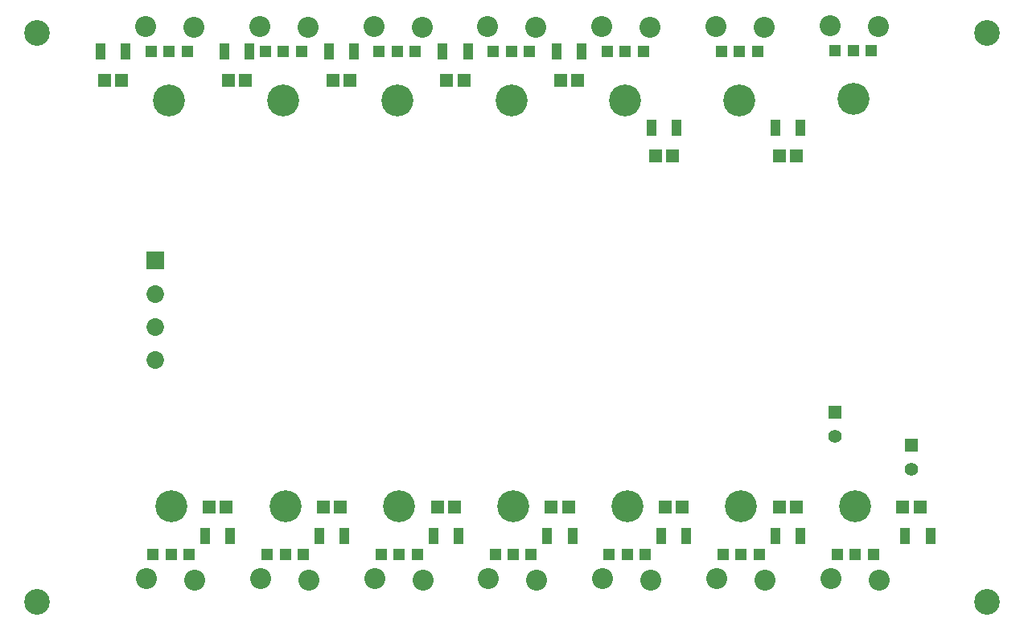
<source format=gbs>
G04*
G04 #@! TF.GenerationSoftware,Altium Limited,Altium Designer,20.2.6 (244)*
G04*
G04 Layer_Color=16711935*
%FSLAX25Y25*%
%MOIN*%
G70*
G04*
G04 #@! TF.SameCoordinates,11A24C68-64DB-4881-A1EB-24DF76E2ADE5*
G04*
G04*
G04 #@! TF.FilePolarity,Negative*
G04*
G01*
G75*
%ADD17R,0.07296X0.07296*%
%ADD18C,0.07296*%
%ADD19R,0.05524X0.05524*%
%ADD20C,0.05524*%
%ADD21C,0.08674*%
%ADD22R,0.04737X0.04737*%
%ADD23C,0.13202*%
%ADD24C,0.10642*%
%ADD36R,0.05500X0.05800*%
%ADD37R,0.04343X0.06902*%
D17*
X186542Y279528D02*
D03*
D18*
Y265748D02*
D03*
Y251969D02*
D03*
Y238189D02*
D03*
D19*
X500000Y202913D02*
D03*
X468504Y216535D02*
D03*
D20*
X500000Y192913D02*
D03*
X468504Y206535D02*
D03*
D21*
X438976Y376142D02*
D03*
X418976Y376673D02*
D03*
X230000D02*
D03*
X250000Y376142D02*
D03*
X486535Y146949D02*
D03*
X466535Y147480D02*
D03*
X182756Y376673D02*
D03*
X202756Y376142D02*
D03*
X183071Y147480D02*
D03*
X203071Y146949D02*
D03*
X250315D02*
D03*
X230315Y147480D02*
D03*
X277559D02*
D03*
X297559Y146949D02*
D03*
X324803Y147480D02*
D03*
X344803Y146949D02*
D03*
X372047Y147480D02*
D03*
X392047Y146949D02*
D03*
X419291Y147480D02*
D03*
X439291Y146949D02*
D03*
X297244Y376142D02*
D03*
X277244Y376673D02*
D03*
X344488Y376142D02*
D03*
X324488Y376673D02*
D03*
X371732D02*
D03*
X391732Y376142D02*
D03*
X466221Y377067D02*
D03*
X486221Y376535D02*
D03*
D22*
X428740Y366142D02*
D03*
X436221D02*
D03*
X421260D02*
D03*
X239764D02*
D03*
X247244D02*
D03*
X232283D02*
D03*
X476772Y157480D02*
D03*
X469291D02*
D03*
X484252D02*
D03*
X200000Y366142D02*
D03*
X192520D02*
D03*
X185039D02*
D03*
X437008Y157480D02*
D03*
X422047D02*
D03*
X389764D02*
D03*
X374803D02*
D03*
X342520D02*
D03*
X327559D02*
D03*
X295276D02*
D03*
X280315D02*
D03*
X248031D02*
D03*
X233071D02*
D03*
X200787D02*
D03*
X185827D02*
D03*
X468504Y366535D02*
D03*
X483465D02*
D03*
X374016Y366142D02*
D03*
X388976D02*
D03*
X326772D02*
D03*
X341732D02*
D03*
X279528D02*
D03*
X294488D02*
D03*
X193307Y157480D02*
D03*
X240551D02*
D03*
X287795D02*
D03*
X335039D02*
D03*
X382283D02*
D03*
X429528D02*
D03*
X287008Y366142D02*
D03*
X334252D02*
D03*
X381496D02*
D03*
X475984Y366535D02*
D03*
D23*
X428740Y346063D02*
D03*
X239764D02*
D03*
X476772Y177559D02*
D03*
X192520Y346063D02*
D03*
X193307Y177559D02*
D03*
X240551D02*
D03*
X287795D02*
D03*
X335039D02*
D03*
X382283D02*
D03*
X429528D02*
D03*
X287008Y346063D02*
D03*
X334252D02*
D03*
X381496D02*
D03*
X475984Y346457D02*
D03*
D24*
X137795Y374016D02*
D03*
Y137795D02*
D03*
X531496D02*
D03*
Y374016D02*
D03*
D36*
X172838Y354331D02*
D03*
X165745D02*
D03*
X496454Y177165D02*
D03*
X503546D02*
D03*
X216145D02*
D03*
X209052D02*
D03*
X216926Y354331D02*
D03*
X224019D02*
D03*
X260233D02*
D03*
X267326D02*
D03*
X307477D02*
D03*
X314570D02*
D03*
X354721D02*
D03*
X361814D02*
D03*
X394091Y322835D02*
D03*
X401184D02*
D03*
X445272D02*
D03*
X452365D02*
D03*
X445272Y177165D02*
D03*
X452365D02*
D03*
X398028D02*
D03*
X405121D02*
D03*
X350784D02*
D03*
X357877D02*
D03*
X303540D02*
D03*
X310633D02*
D03*
X256296D02*
D03*
X263389D02*
D03*
D37*
X164075Y366142D02*
D03*
X174508D02*
D03*
X443602Y334646D02*
D03*
X454035D02*
D03*
X497441Y165354D02*
D03*
X507874D02*
D03*
X217815Y165354D02*
D03*
X207382D02*
D03*
X225689Y366142D02*
D03*
X215256D02*
D03*
X268996D02*
D03*
X258563D02*
D03*
X316240D02*
D03*
X305807D02*
D03*
X363484D02*
D03*
X353051D02*
D03*
X402854Y334646D02*
D03*
X392421D02*
D03*
X443602Y165354D02*
D03*
X454035D02*
D03*
X396358D02*
D03*
X406791D02*
D03*
X349114D02*
D03*
X359547D02*
D03*
X301870D02*
D03*
X312303D02*
D03*
X254626D02*
D03*
X265059D02*
D03*
M02*

</source>
